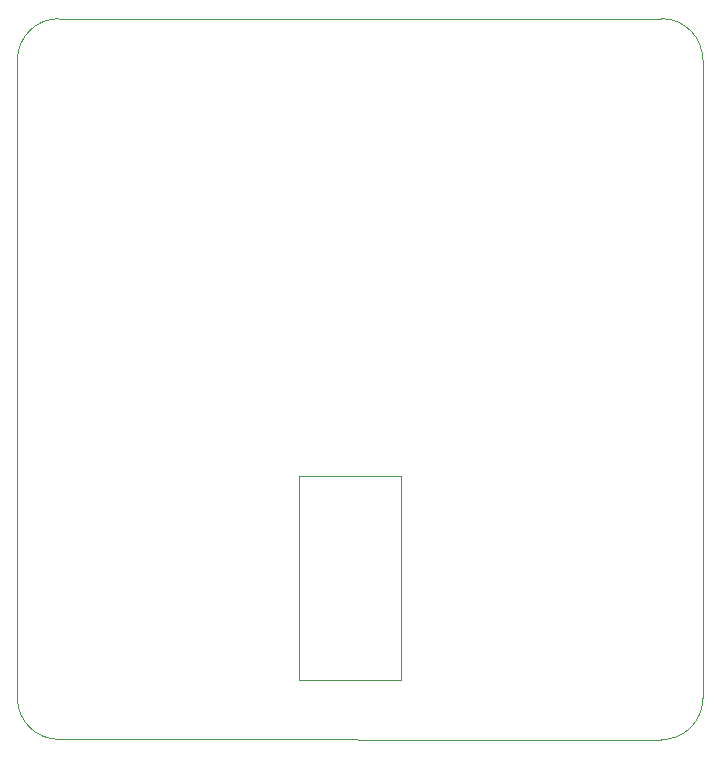
<source format=gbr>
%TF.GenerationSoftware,KiCad,Pcbnew,8.0.6*%
%TF.CreationDate,2024-12-31T08:05:47-06:00*%
%TF.ProjectId,003Ball,30303342-616c-46c2-9e6b-696361645f70,rev?*%
%TF.SameCoordinates,Original*%
%TF.FileFunction,Profile,NP*%
%FSLAX46Y46*%
G04 Gerber Fmt 4.6, Leading zero omitted, Abs format (unit mm)*
G04 Created by KiCad (PCBNEW 8.0.6) date 2024-12-31 08:05:47*
%MOMM*%
%LPD*%
G01*
G04 APERTURE LIST*
%TA.AperFunction,Profile*%
%ADD10C,0.050000*%
%TD*%
%TA.AperFunction,Profile*%
%ADD11C,0.120000*%
%TD*%
G04 APERTURE END LIST*
D10*
X209025126Y-88525126D02*
G75*
G02*
X205525126Y-92025126I-3500000J0D01*
G01*
X205525126Y-30974874D02*
G75*
G02*
X209025126Y-34474874I0J-3500000D01*
G01*
X151000000Y-34474874D02*
G75*
G02*
X154500000Y-30974874I3500000J0D01*
G01*
X154500000Y-92000000D02*
G75*
G02*
X151000000Y-88500000I0J3500000D01*
G01*
X205525126Y-92025126D02*
X154500000Y-92000000D01*
X209025126Y-34474874D02*
X209025126Y-88525126D01*
X154500000Y-30974874D02*
X205525126Y-30974874D01*
X151000000Y-88500000D02*
X151000000Y-34474874D01*
%TO.C,U2*%
D11*
X183450000Y-86940000D02*
X174850000Y-86940000D01*
X174850000Y-69680000D01*
X183450000Y-69680000D01*
X183450000Y-86940000D01*
%TD*%
M02*

</source>
